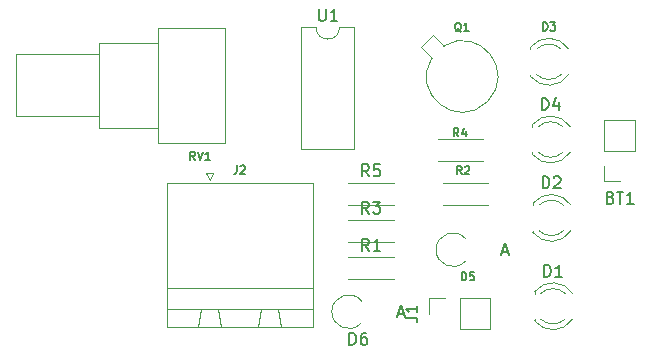
<source format=gbr>
%TF.GenerationSoftware,KiCad,Pcbnew,(5.1.12)-1*%
%TF.CreationDate,2023-08-26T19:26:49+05:30*%
%TF.ProjectId,IR PROXIMITY AUTOMATIC SANITIZER DISPENSER,49522050-524f-4584-994d-495459204155,rev?*%
%TF.SameCoordinates,Original*%
%TF.FileFunction,Legend,Top*%
%TF.FilePolarity,Positive*%
%FSLAX46Y46*%
G04 Gerber Fmt 4.6, Leading zero omitted, Abs format (unit mm)*
G04 Created by KiCad (PCBNEW (5.1.12)-1) date 2023-08-26 19:26:49*
%MOMM*%
%LPD*%
G01*
G04 APERTURE LIST*
%ADD10C,0.120000*%
%ADD11C,0.150000*%
G04 APERTURE END LIST*
D10*
%TO.C,RV1*%
X150411000Y-101230000D02*
X144770000Y-101230000D01*
X150411000Y-91490000D02*
X144770000Y-91490000D01*
X150411000Y-101230000D02*
X150411000Y-91490000D01*
X144770000Y-101230000D02*
X144770000Y-91490000D01*
X144770000Y-99980000D02*
X139770000Y-99980000D01*
X144770000Y-92740000D02*
X139770000Y-92740000D01*
X144770000Y-99980000D02*
X144770000Y-92740000D01*
X139770000Y-99980000D02*
X139770000Y-92740000D01*
X139770000Y-98980000D02*
X132770000Y-98980000D01*
X139770000Y-93740000D02*
X132770000Y-93740000D01*
X139770000Y-98980000D02*
X139770000Y-93740000D01*
X132770000Y-98980000D02*
X132770000Y-93740000D01*
%TO.C,U1*%
X158150000Y-91440000D02*
X156900000Y-91440000D01*
X156900000Y-91440000D02*
X156900000Y-101720000D01*
X156900000Y-101720000D02*
X161400000Y-101720000D01*
X161400000Y-101720000D02*
X161400000Y-91440000D01*
X161400000Y-91440000D02*
X160150000Y-91440000D01*
X160150000Y-91440000D02*
G75*
G02*
X158150000Y-91440000I-1000000J0D01*
G01*
%TO.C,R5*%
X160885001Y-104605001D02*
X164725001Y-104605001D01*
X160885001Y-106445001D02*
X164725001Y-106445001D01*
%TO.C,R4*%
X168490000Y-100920000D02*
X172330000Y-100920000D01*
X168490000Y-102760000D02*
X172330000Y-102760000D01*
%TO.C,R3*%
X160885001Y-107755001D02*
X164725001Y-107755001D01*
X160885001Y-109595001D02*
X164725001Y-109595001D01*
%TO.C,R2*%
X168915001Y-104605001D02*
X172755001Y-104605001D01*
X168915001Y-106445001D02*
X172755001Y-106445001D01*
%TO.C,R1*%
X160885001Y-110905001D02*
X164725001Y-110905001D01*
X160885001Y-112745001D02*
X164725001Y-112745001D01*
%TO.C,Q1*%
X168947669Y-93027719D02*
X168035501Y-92115552D01*
X168035501Y-92115552D02*
X167045552Y-93105501D01*
X167045552Y-93105501D02*
X167957719Y-94017669D01*
X167957850Y-94017456D02*
G75*
G03*
X168947669Y-93027719I2572150J-1582544D01*
G01*
%TO.C,J2*%
X145495001Y-104610001D02*
X145495001Y-116830001D01*
X145495001Y-116830001D02*
X157875001Y-116830001D01*
X157875001Y-116830001D02*
X157875001Y-104610001D01*
X157875001Y-104610001D02*
X145495001Y-104610001D01*
X145495001Y-115330001D02*
X145495001Y-113530001D01*
X145495001Y-113530001D02*
X157875001Y-113530001D01*
X157875001Y-113530001D02*
X157875001Y-115330001D01*
X157875001Y-115330001D02*
X145495001Y-115330001D01*
X148145001Y-116830001D02*
X150145001Y-116830001D01*
X150145001Y-116830001D02*
X149895001Y-115330001D01*
X149895001Y-115330001D02*
X148395001Y-115330001D01*
X148395001Y-115330001D02*
X148145001Y-116830001D01*
X153225001Y-116830001D02*
X155225001Y-116830001D01*
X155225001Y-116830001D02*
X154975001Y-115330001D01*
X154975001Y-115330001D02*
X153475001Y-115330001D01*
X153475001Y-115330001D02*
X153225001Y-116830001D01*
X149445001Y-103810001D02*
X149145001Y-104410001D01*
X149145001Y-104410001D02*
X148845001Y-103810001D01*
X148845001Y-103810001D02*
X149445001Y-103810001D01*
%TO.C,J1*%
X170320000Y-117010000D02*
X170320000Y-114350000D01*
X170320000Y-117010000D02*
X172920000Y-117010000D01*
X172920000Y-117010000D02*
X172920000Y-114350000D01*
X170320000Y-114350000D02*
X172920000Y-114350000D01*
X167720000Y-114350000D02*
X169050000Y-114350000D01*
X167720000Y-115680000D02*
X167720000Y-114350000D01*
%TO.C,D6*%
X161968851Y-116493867D02*
G75*
G02*
X162028240Y-114625001I-1053850J968866D01*
G01*
%TO.C,D5*%
X170793850Y-111248866D02*
G75*
G02*
X170853239Y-109380000I-1053850J968866D01*
G01*
%TO.C,D4*%
X176450000Y-99704000D02*
X176450000Y-99860000D01*
X176450000Y-102020000D02*
X176450000Y-102176000D01*
X179051130Y-102019837D02*
G75*
G02*
X176969039Y-102020000I-1041130J1079837D01*
G01*
X179051130Y-99860163D02*
G75*
G03*
X176969039Y-99860000I-1041130J-1079837D01*
G01*
X179682335Y-102018608D02*
G75*
G02*
X176450000Y-102175516I-1672335J1078608D01*
G01*
X179682335Y-99861392D02*
G75*
G03*
X176450000Y-99704484I-1672335J-1078608D01*
G01*
%TO.C,D3*%
X176310000Y-93124000D02*
X176310000Y-93280000D01*
X176310000Y-95440000D02*
X176310000Y-95596000D01*
X178911130Y-95439837D02*
G75*
G02*
X176829039Y-95440000I-1041130J1079837D01*
G01*
X178911130Y-93280163D02*
G75*
G03*
X176829039Y-93280000I-1041130J-1079837D01*
G01*
X179542335Y-95438608D02*
G75*
G02*
X176310000Y-95595516I-1672335J1078608D01*
G01*
X179542335Y-93281392D02*
G75*
G03*
X176310000Y-93124484I-1672335J-1078608D01*
G01*
%TO.C,D2*%
X176510000Y-106344000D02*
X176510000Y-106500000D01*
X176510000Y-108660000D02*
X176510000Y-108816000D01*
X179111130Y-108659837D02*
G75*
G02*
X177029039Y-108660000I-1041130J1079837D01*
G01*
X179111130Y-106500163D02*
G75*
G03*
X177029039Y-106500000I-1041130J-1079837D01*
G01*
X179742335Y-108658608D02*
G75*
G02*
X176510000Y-108815516I-1672335J1078608D01*
G01*
X179742335Y-106501392D02*
G75*
G03*
X176510000Y-106344484I-1672335J-1078608D01*
G01*
%TO.C,D1*%
X176650000Y-113824000D02*
X176650000Y-113980000D01*
X176650000Y-116140000D02*
X176650000Y-116296000D01*
X179251130Y-116139837D02*
G75*
G02*
X177169039Y-116140000I-1041130J1079837D01*
G01*
X179251130Y-113980163D02*
G75*
G03*
X177169039Y-113980000I-1041130J-1079837D01*
G01*
X179882335Y-116138608D02*
G75*
G02*
X176650000Y-116295516I-1672335J1078608D01*
G01*
X179882335Y-113981392D02*
G75*
G03*
X176650000Y-113824484I-1672335J-1078608D01*
G01*
%TO.C,BT1*%
X185200000Y-101880000D02*
X182540000Y-101880000D01*
X185200000Y-101880000D02*
X185200000Y-99280000D01*
X185200000Y-99280000D02*
X182540000Y-99280000D01*
X182540000Y-101880000D02*
X182540000Y-99280000D01*
X182540000Y-104480000D02*
X182540000Y-103150000D01*
X183870000Y-104480000D02*
X182540000Y-104480000D01*
%TO.C,RV1*%
D11*
X147923333Y-102676666D02*
X147690000Y-102343333D01*
X147523333Y-102676666D02*
X147523333Y-101976666D01*
X147790000Y-101976666D01*
X147856666Y-102010000D01*
X147890000Y-102043333D01*
X147923333Y-102110000D01*
X147923333Y-102210000D01*
X147890000Y-102276666D01*
X147856666Y-102310000D01*
X147790000Y-102343333D01*
X147523333Y-102343333D01*
X148123333Y-101976666D02*
X148356666Y-102676666D01*
X148590000Y-101976666D01*
X149190000Y-102676666D02*
X148790000Y-102676666D01*
X148990000Y-102676666D02*
X148990000Y-101976666D01*
X148923333Y-102076666D01*
X148856666Y-102143333D01*
X148790000Y-102176666D01*
%TO.C,U1*%
X158388095Y-89892380D02*
X158388095Y-90701904D01*
X158435714Y-90797142D01*
X158483333Y-90844761D01*
X158578571Y-90892380D01*
X158769047Y-90892380D01*
X158864285Y-90844761D01*
X158911904Y-90797142D01*
X158959523Y-90701904D01*
X158959523Y-89892380D01*
X159959523Y-90892380D02*
X159388095Y-90892380D01*
X159673809Y-90892380D02*
X159673809Y-89892380D01*
X159578571Y-90035238D01*
X159483333Y-90130476D01*
X159388095Y-90178095D01*
%TO.C,R5*%
X162638334Y-104057381D02*
X162305001Y-103581191D01*
X162066905Y-104057381D02*
X162066905Y-103057381D01*
X162447858Y-103057381D01*
X162543096Y-103105001D01*
X162590715Y-103152620D01*
X162638334Y-103247858D01*
X162638334Y-103390715D01*
X162590715Y-103485953D01*
X162543096Y-103533572D01*
X162447858Y-103581191D01*
X162066905Y-103581191D01*
X163543096Y-103057381D02*
X163066905Y-103057381D01*
X163019286Y-103533572D01*
X163066905Y-103485953D01*
X163162143Y-103438334D01*
X163400239Y-103438334D01*
X163495477Y-103485953D01*
X163543096Y-103533572D01*
X163590715Y-103628810D01*
X163590715Y-103866905D01*
X163543096Y-103962143D01*
X163495477Y-104009762D01*
X163400239Y-104057381D01*
X163162143Y-104057381D01*
X163066905Y-104009762D01*
X163019286Y-103962143D01*
%TO.C,R4*%
X170213333Y-100686666D02*
X169980000Y-100353333D01*
X169813333Y-100686666D02*
X169813333Y-99986666D01*
X170080000Y-99986666D01*
X170146666Y-100020000D01*
X170180000Y-100053333D01*
X170213333Y-100120000D01*
X170213333Y-100220000D01*
X170180000Y-100286666D01*
X170146666Y-100320000D01*
X170080000Y-100353333D01*
X169813333Y-100353333D01*
X170813333Y-100220000D02*
X170813333Y-100686666D01*
X170646666Y-99953333D02*
X170480000Y-100453333D01*
X170913333Y-100453333D01*
%TO.C,R3*%
X162638334Y-107207381D02*
X162305001Y-106731191D01*
X162066905Y-107207381D02*
X162066905Y-106207381D01*
X162447858Y-106207381D01*
X162543096Y-106255001D01*
X162590715Y-106302620D01*
X162638334Y-106397858D01*
X162638334Y-106540715D01*
X162590715Y-106635953D01*
X162543096Y-106683572D01*
X162447858Y-106731191D01*
X162066905Y-106731191D01*
X162971667Y-106207381D02*
X163590715Y-106207381D01*
X163257381Y-106588334D01*
X163400239Y-106588334D01*
X163495477Y-106635953D01*
X163543096Y-106683572D01*
X163590715Y-106778810D01*
X163590715Y-107016905D01*
X163543096Y-107112143D01*
X163495477Y-107159762D01*
X163400239Y-107207381D01*
X163114524Y-107207381D01*
X163019286Y-107159762D01*
X162971667Y-107112143D01*
%TO.C,R2*%
X170473333Y-103896666D02*
X170240000Y-103563333D01*
X170073333Y-103896666D02*
X170073333Y-103196666D01*
X170340000Y-103196666D01*
X170406666Y-103230000D01*
X170440000Y-103263333D01*
X170473333Y-103330000D01*
X170473333Y-103430000D01*
X170440000Y-103496666D01*
X170406666Y-103530000D01*
X170340000Y-103563333D01*
X170073333Y-103563333D01*
X170740000Y-103263333D02*
X170773333Y-103230000D01*
X170840000Y-103196666D01*
X171006666Y-103196666D01*
X171073333Y-103230000D01*
X171106666Y-103263333D01*
X171140000Y-103330000D01*
X171140000Y-103396666D01*
X171106666Y-103496666D01*
X170706666Y-103896666D01*
X171140000Y-103896666D01*
%TO.C,R1*%
X162638334Y-110357381D02*
X162305001Y-109881191D01*
X162066905Y-110357381D02*
X162066905Y-109357381D01*
X162447858Y-109357381D01*
X162543096Y-109405001D01*
X162590715Y-109452620D01*
X162638334Y-109547858D01*
X162638334Y-109690715D01*
X162590715Y-109785953D01*
X162543096Y-109833572D01*
X162447858Y-109881191D01*
X162066905Y-109881191D01*
X163590715Y-110357381D02*
X163019286Y-110357381D01*
X163305001Y-110357381D02*
X163305001Y-109357381D01*
X163209762Y-109500239D01*
X163114524Y-109595477D01*
X163019286Y-109643096D01*
%TO.C,Q1*%
X170433333Y-91813333D02*
X170366666Y-91780000D01*
X170300000Y-91713333D01*
X170200000Y-91613333D01*
X170133333Y-91580000D01*
X170066666Y-91580000D01*
X170100000Y-91746666D02*
X170033333Y-91713333D01*
X169966666Y-91646666D01*
X169933333Y-91513333D01*
X169933333Y-91280000D01*
X169966666Y-91146666D01*
X170033333Y-91080000D01*
X170100000Y-91046666D01*
X170233333Y-91046666D01*
X170300000Y-91080000D01*
X170366666Y-91146666D01*
X170400000Y-91280000D01*
X170400000Y-91513333D01*
X170366666Y-91646666D01*
X170300000Y-91713333D01*
X170233333Y-91746666D01*
X170100000Y-91746666D01*
X171066666Y-91746666D02*
X170666666Y-91746666D01*
X170866666Y-91746666D02*
X170866666Y-91046666D01*
X170800000Y-91146666D01*
X170733333Y-91213333D01*
X170666666Y-91246666D01*
%TO.C,J2*%
X151451667Y-103136667D02*
X151451667Y-103636667D01*
X151418334Y-103736667D01*
X151351667Y-103803334D01*
X151251667Y-103836667D01*
X151185001Y-103836667D01*
X151751667Y-103203334D02*
X151785001Y-103170001D01*
X151851667Y-103136667D01*
X152018334Y-103136667D01*
X152085001Y-103170001D01*
X152118334Y-103203334D01*
X152151667Y-103270001D01*
X152151667Y-103336667D01*
X152118334Y-103436667D01*
X151718334Y-103836667D01*
X152151667Y-103836667D01*
%TO.C,J1*%
X165732380Y-116013333D02*
X166446666Y-116013333D01*
X166589523Y-116060952D01*
X166684761Y-116156190D01*
X166732380Y-116299047D01*
X166732380Y-116394285D01*
X166732380Y-115013333D02*
X166732380Y-115584761D01*
X166732380Y-115299047D02*
X165732380Y-115299047D01*
X165875238Y-115394285D01*
X165970476Y-115489523D01*
X166018095Y-115584761D01*
%TO.C,D6*%
X160981904Y-118312380D02*
X160981904Y-117312380D01*
X161220000Y-117312380D01*
X161362857Y-117360000D01*
X161458095Y-117455238D01*
X161505714Y-117550476D01*
X161553333Y-117740952D01*
X161553333Y-117883809D01*
X161505714Y-118074285D01*
X161458095Y-118169523D01*
X161362857Y-118264761D01*
X161220000Y-118312380D01*
X160981904Y-118312380D01*
X162410476Y-117312380D02*
X162220000Y-117312380D01*
X162124761Y-117360000D01*
X162077142Y-117407619D01*
X161981904Y-117550476D01*
X161934285Y-117740952D01*
X161934285Y-118121904D01*
X161981904Y-118217142D01*
X162029523Y-118264761D01*
X162124761Y-118312380D01*
X162315238Y-118312380D01*
X162410476Y-118264761D01*
X162458095Y-118217142D01*
X162505714Y-118121904D01*
X162505714Y-117883809D01*
X162458095Y-117788571D01*
X162410476Y-117740952D01*
X162315238Y-117693333D01*
X162124761Y-117693333D01*
X162029523Y-117740952D01*
X161981904Y-117788571D01*
X161934285Y-117883809D01*
X165116905Y-115691667D02*
X165593096Y-115691667D01*
X165021667Y-115977381D02*
X165355001Y-114977381D01*
X165688334Y-115977381D01*
%TO.C,D5*%
X170483333Y-112876666D02*
X170483333Y-112176666D01*
X170650000Y-112176666D01*
X170750000Y-112210000D01*
X170816666Y-112276666D01*
X170850000Y-112343333D01*
X170883333Y-112476666D01*
X170883333Y-112576666D01*
X170850000Y-112710000D01*
X170816666Y-112776666D01*
X170750000Y-112843333D01*
X170650000Y-112876666D01*
X170483333Y-112876666D01*
X171516666Y-112176666D02*
X171183333Y-112176666D01*
X171150000Y-112510000D01*
X171183333Y-112476666D01*
X171250000Y-112443333D01*
X171416666Y-112443333D01*
X171483333Y-112476666D01*
X171516666Y-112510000D01*
X171550000Y-112576666D01*
X171550000Y-112743333D01*
X171516666Y-112810000D01*
X171483333Y-112843333D01*
X171416666Y-112876666D01*
X171250000Y-112876666D01*
X171183333Y-112843333D01*
X171150000Y-112810000D01*
X173941904Y-110446666D02*
X174418095Y-110446666D01*
X173846666Y-110732380D02*
X174180000Y-109732380D01*
X174513333Y-110732380D01*
%TO.C,D4*%
X177271904Y-98432380D02*
X177271904Y-97432380D01*
X177510000Y-97432380D01*
X177652857Y-97480000D01*
X177748095Y-97575238D01*
X177795714Y-97670476D01*
X177843333Y-97860952D01*
X177843333Y-98003809D01*
X177795714Y-98194285D01*
X177748095Y-98289523D01*
X177652857Y-98384761D01*
X177510000Y-98432380D01*
X177271904Y-98432380D01*
X178700476Y-97765714D02*
X178700476Y-98432380D01*
X178462380Y-97384761D02*
X178224285Y-98099047D01*
X178843333Y-98099047D01*
%TO.C,D3*%
X177353333Y-91716666D02*
X177353333Y-91016666D01*
X177520000Y-91016666D01*
X177620000Y-91050000D01*
X177686666Y-91116666D01*
X177720000Y-91183333D01*
X177753333Y-91316666D01*
X177753333Y-91416666D01*
X177720000Y-91550000D01*
X177686666Y-91616666D01*
X177620000Y-91683333D01*
X177520000Y-91716666D01*
X177353333Y-91716666D01*
X177986666Y-91016666D02*
X178420000Y-91016666D01*
X178186666Y-91283333D01*
X178286666Y-91283333D01*
X178353333Y-91316666D01*
X178386666Y-91350000D01*
X178420000Y-91416666D01*
X178420000Y-91583333D01*
X178386666Y-91650000D01*
X178353333Y-91683333D01*
X178286666Y-91716666D01*
X178086666Y-91716666D01*
X178020000Y-91683333D01*
X177986666Y-91650000D01*
%TO.C,D2*%
X177331904Y-105072380D02*
X177331904Y-104072380D01*
X177570000Y-104072380D01*
X177712857Y-104120000D01*
X177808095Y-104215238D01*
X177855714Y-104310476D01*
X177903333Y-104500952D01*
X177903333Y-104643809D01*
X177855714Y-104834285D01*
X177808095Y-104929523D01*
X177712857Y-105024761D01*
X177570000Y-105072380D01*
X177331904Y-105072380D01*
X178284285Y-104167619D02*
X178331904Y-104120000D01*
X178427142Y-104072380D01*
X178665238Y-104072380D01*
X178760476Y-104120000D01*
X178808095Y-104167619D01*
X178855714Y-104262857D01*
X178855714Y-104358095D01*
X178808095Y-104500952D01*
X178236666Y-105072380D01*
X178855714Y-105072380D01*
%TO.C,D1*%
X177471904Y-112552380D02*
X177471904Y-111552380D01*
X177710000Y-111552380D01*
X177852857Y-111600000D01*
X177948095Y-111695238D01*
X177995714Y-111790476D01*
X178043333Y-111980952D01*
X178043333Y-112123809D01*
X177995714Y-112314285D01*
X177948095Y-112409523D01*
X177852857Y-112504761D01*
X177710000Y-112552380D01*
X177471904Y-112552380D01*
X178995714Y-112552380D02*
X178424285Y-112552380D01*
X178710000Y-112552380D02*
X178710000Y-111552380D01*
X178614761Y-111695238D01*
X178519523Y-111790476D01*
X178424285Y-111838095D01*
%TO.C,BT1*%
X183084285Y-105848571D02*
X183227142Y-105896190D01*
X183274761Y-105943809D01*
X183322380Y-106039047D01*
X183322380Y-106181904D01*
X183274761Y-106277142D01*
X183227142Y-106324761D01*
X183131904Y-106372380D01*
X182750952Y-106372380D01*
X182750952Y-105372380D01*
X183084285Y-105372380D01*
X183179523Y-105420000D01*
X183227142Y-105467619D01*
X183274761Y-105562857D01*
X183274761Y-105658095D01*
X183227142Y-105753333D01*
X183179523Y-105800952D01*
X183084285Y-105848571D01*
X182750952Y-105848571D01*
X183608095Y-105372380D02*
X184179523Y-105372380D01*
X183893809Y-106372380D02*
X183893809Y-105372380D01*
X185036666Y-106372380D02*
X184465238Y-106372380D01*
X184750952Y-106372380D02*
X184750952Y-105372380D01*
X184655714Y-105515238D01*
X184560476Y-105610476D01*
X184465238Y-105658095D01*
%TD*%
M02*

</source>
